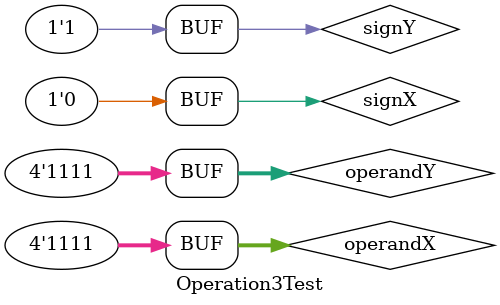
<source format=v>
`timescale 1ns / 1ps


module Operation3Test;

	// Inputs
	reg signX;
	reg signY;
	reg [3:0] operandX;
	reg [3:0] operandY;

	// Outputs
	wire [3:0] d1;
	wire [3:0] d2;
	wire [3:0] d3;
	wire [3:0] d4;
	wire [3:0] d5;
	wire [3:0] d6;

	// Instantiate the Unit Under Test (UUT)
	Operation3 uut (
		.signX(signX), 
		.signY(signY), 
		.operandX(operandX), 
		.operandY(operandY), 
		.d1(d1), 
		.d2(d2), 
		.d3(d3), 
		.d4(d4), 
		.d5(d5), 
		.d6(d6)
	);

	initial begin
		// Initialize Inputs
		signX = 0;
		signY = 1;
		operandX = 4'b1111;
		operandY = 4'b1111;

		// Wait 100 ns for global reset to finish
		#100;
        
		// Add stimulus here

	end
      
endmodule


</source>
